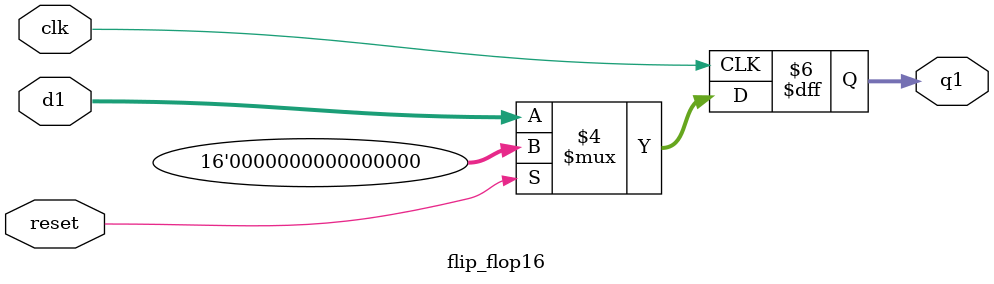
<source format=v>
module flip_flop1(d,q,clk,reset);
input d,clk,reset;
output q;
reg q;
always@(posedge clk)
begin
if(reset==1'b1)
q<=1'b0;
else
q<=d;
end 
endmodule       

//16-bit flip flop
module flip_flop16(d1,q1,clk,reset);
input [15:0] d1;
input clk,reset;
output  [15:0] q1;
reg [15:0] q1;
always@(posedge clk)
begin
if(reset==1'b1)
q1<=16'b0;
else
q1<=d1;
end 
endmodule                  
</source>
